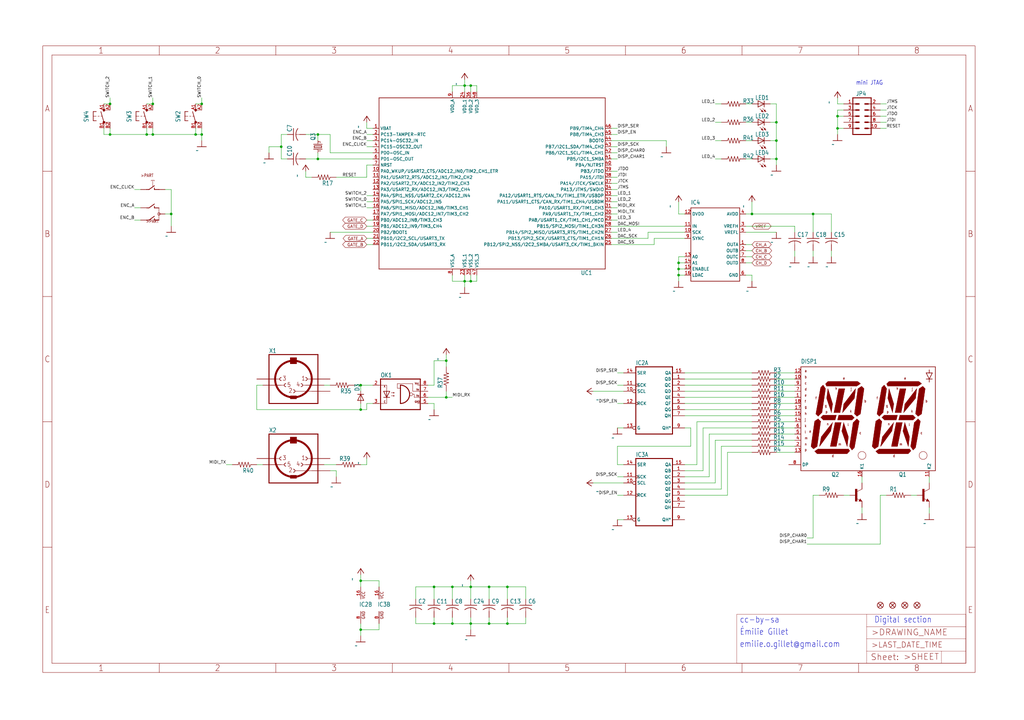
<source format=kicad_sch>
(kicad_sch (version 20211123) (generator eeschema)
  (paper "User" 425.45 299.161)
  (junction (at 195.58 243.84))
  (junction (at 60.96 55.88))
  (junction (at 185.42 149.86))
  (junction (at 149.86 261.62))
  (junction (at 281.94 109.22))
  (junction (at 210.82 259.08))
  (junction (at 347.98 53.34))
  (junction (at 203.2 243.84))
  (junction (at 180.34 259.08))
  (junction (at 149.86 241.3))
  (junction (at 187.96 259.08))
  (junction (at 83.82 43.18))
  (junction (at 337.82 88.9))
  (junction (at 347.98 48.26))
  (junction (at 195.58 259.08))
  (junction (at 116.84 60.96))
  (junction (at 281.94 111.76))
  (junction (at 193.04 35.56))
  (junction (at 83.82 55.88))
  (junction (at 132.08 55.88))
  (junction (at 195.58 116.84))
  (junction (at 63.5 55.88))
  (junction (at 185.42 165.1))
  (junction (at 45.72 55.88))
  (junction (at 149.86 160.02))
  (junction (at 187.96 243.84))
  (junction (at 210.82 243.84))
  (junction (at 322.58 58.42))
  (junction (at 45.72 43.18))
  (junction (at 322.58 50.8))
  (junction (at 81.28 55.88))
  (junction (at 312.42 88.9))
  (junction (at 132.08 66.04))
  (junction (at 180.34 243.84))
  (junction (at 322.58 66.04))
  (junction (at 203.2 259.08))
  (junction (at 149.86 170.18))
  (junction (at 195.58 35.56))
  (junction (at 193.04 116.84))
  (junction (at 281.94 114.3))
  (junction (at 63.5 43.18))
  (junction (at 71.12 88.9))
  (wire (pts (xy 297.18 58.42) (xy 299.72 58.42)))
  (wire (pts (xy 284.48 195.58) (xy 292.1 195.58)))
  (wire (pts (xy 254 73.66) (xy 256.54 73.66)))
  (wire (pts (xy 365.76 45.72) (xy 368.3 45.72)))
  (wire (pts (xy 281.94 88.9) (xy 284.48 88.9)))
  (wire (pts (xy 111.76 60.96) (xy 111.76 63.5)))
  (wire (pts (xy 154.94 58.42) (xy 152.4 58.42)))
  (wire (pts (xy 195.58 38.1) (xy 195.58 35.56)))
  (wire (pts (xy 195.58 243.84) (xy 195.58 241.3)))
  (wire (pts (xy 254 60.96) (xy 256.54 60.96)))
  (wire (pts (xy 210.82 259.08) (xy 218.44 259.08)))
  (wire (pts (xy 320.04 50.8) (xy 322.58 50.8)))
  (wire (pts (xy 45.72 43.18) (xy 45.72 40.64)))
  (wire (pts (xy 347.98 48.26) (xy 347.98 53.34)))
  (wire (pts (xy 271.78 99.06) (xy 284.48 99.06)))
  (wire (pts (xy 259.08 200.66) (xy 246.38 200.66)))
  (wire (pts (xy 284.48 200.66) (xy 297.18 200.66)))
  (wire (pts (xy 259.08 215.9) (xy 256.54 215.9)))
  (wire (pts (xy 45.72 53.34) (xy 45.72 55.88)))
  (wire (pts (xy 320.04 58.42) (xy 322.58 58.42)))
  (wire (pts (xy 322.58 157.48) (xy 330.2 157.48)))
  (wire (pts (xy 337.82 205.74) (xy 340.36 205.74)))
  (wire (pts (xy 256.54 185.42) (xy 287.02 185.42)))
  (wire (pts (xy 154.94 101.6) (xy 152.4 101.6)))
  (wire (pts (xy 309.88 50.8) (xy 312.42 50.8)))
  (wire (pts (xy 312.42 114.3) (xy 312.42 116.84)))
  (wire (pts (xy 134.62 193.04) (xy 139.7 193.04)))
  (wire (pts (xy 172.72 248.92) (xy 172.72 243.84)))
  (wire (pts (xy 195.58 248.92) (xy 195.58 243.84)))
  (wire (pts (xy 60.96 43.18) (xy 63.5 43.18)))
  (wire (pts (xy 297.18 182.88) (xy 312.42 182.88)))
  (wire (pts (xy 322.58 160.02) (xy 330.2 160.02)))
  (wire (pts (xy 180.34 149.86) (xy 185.42 149.86)))
  (wire (pts (xy 330.2 93.98) (xy 330.2 96.52)))
  (wire (pts (xy 322.58 182.88) (xy 330.2 182.88)))
  (wire (pts (xy 154.94 81.28) (xy 152.4 81.28)))
  (wire (pts (xy 132.08 66.04) (xy 154.94 66.04)))
  (wire (pts (xy 358.14 213.36) (xy 358.14 210.82)))
  (wire (pts (xy 322.58 185.42) (xy 330.2 185.42)))
  (wire (pts (xy 172.72 259.08) (xy 180.34 259.08)))
  (wire (pts (xy 132.08 66.04) (xy 132.08 63.5)))
  (wire (pts (xy 152.4 68.58) (xy 154.94 68.58)))
  (wire (pts (xy 127 55.88) (xy 132.08 55.88)))
  (wire (pts (xy 322.58 180.34) (xy 330.2 180.34)))
  (wire (pts (xy 284.48 203.2) (xy 299.72 203.2)))
  (wire (pts (xy 350.52 48.26) (xy 347.98 48.26)))
  (wire (pts (xy 152.4 73.66) (xy 152.4 68.58)))
  (wire (pts (xy 281.94 109.22) (xy 281.94 111.76)))
  (wire (pts (xy 180.34 248.92) (xy 180.34 243.84)))
  (wire (pts (xy 116.84 60.96) (xy 116.84 66.04)))
  (wire (pts (xy 71.12 88.9) (xy 71.12 93.98)))
  (wire (pts (xy 312.42 88.9) (xy 312.42 83.82)))
  (wire (pts (xy 185.42 165.1) (xy 185.42 162.56)))
  (wire (pts (xy 322.58 43.18) (xy 320.04 43.18)))
  (wire (pts (xy 218.44 259.08) (xy 218.44 256.54)))
  (wire (pts (xy 106.68 170.18) (xy 149.86 170.18)))
  (wire (pts (xy 129.54 73.66) (xy 127 73.66)))
  (wire (pts (xy 193.04 35.56) (xy 195.58 35.56)))
  (wire (pts (xy 152.4 167.64) (xy 154.94 167.64)))
  (wire (pts (xy 365.76 205.74) (xy 368.3 205.74)))
  (wire (pts (xy 58.42 86.36) (xy 55.88 86.36)))
  (wire (pts (xy 180.34 256.54) (xy 180.34 259.08)))
  (wire (pts (xy 195.58 259.08) (xy 203.2 259.08)))
  (wire (pts (xy 309.88 88.9) (xy 312.42 88.9)))
  (wire (pts (xy 185.42 165.1) (xy 187.96 165.1)))
  (wire (pts (xy 81.28 55.88) (xy 83.82 55.88)))
  (wire (pts (xy 149.86 259.08) (xy 149.86 261.62)))
  (wire (pts (xy 330.2 104.14) (xy 330.2 106.68)))
  (wire (pts (xy 350.52 45.72) (xy 347.98 45.72)))
  (wire (pts (xy 309.88 96.52) (xy 322.58 96.52)))
  (wire (pts (xy 193.04 116.84) (xy 193.04 119.38)))
  (wire (pts (xy 193.04 38.1) (xy 193.04 35.56)))
  (wire (pts (xy 347.98 43.18) (xy 347.98 40.64)))
  (wire (pts (xy 154.94 96.52) (xy 137.16 96.52)))
  (wire (pts (xy 284.48 165.1) (xy 312.42 165.1)))
  (wire (pts (xy 187.96 256.54) (xy 187.96 259.08)))
  (wire (pts (xy 149.86 160.02) (xy 154.94 160.02)))
  (wire (pts (xy 149.86 243.84) (xy 149.86 241.3)))
  (wire (pts (xy 83.82 55.88) (xy 83.82 53.34)))
  (wire (pts (xy 322.58 167.64) (xy 330.2 167.64)))
  (wire (pts (xy 63.5 43.18) (xy 63.5 40.64)))
  (wire (pts (xy 254 53.34) (xy 256.54 53.34)))
  (wire (pts (xy 299.72 203.2) (xy 299.72 185.42)))
  (wire (pts (xy 299.72 185.42) (xy 312.42 185.42)))
  (wire (pts (xy 281.94 111.76) (xy 284.48 111.76)))
  (wire (pts (xy 309.88 93.98) (xy 330.2 93.98)))
  (wire (pts (xy 284.48 167.64) (xy 312.42 167.64)))
  (wire (pts (xy 187.96 114.3) (xy 187.96 116.84)))
  (wire (pts (xy 195.58 35.56) (xy 198.12 35.56)))
  (wire (pts (xy 180.34 160.02) (xy 180.34 149.86)))
  (wire (pts (xy 335.28 223.52) (xy 337.82 223.52)))
  (wire (pts (xy 322.58 66.04) (xy 322.58 68.58)))
  (wire (pts (xy 271.78 101.6) (xy 271.78 99.06)))
  (wire (pts (xy 198.12 114.3) (xy 198.12 116.84)))
  (wire (pts (xy 259.08 177.8) (xy 256.54 177.8)))
  (wire (pts (xy 256.54 154.94) (xy 259.08 154.94)))
  (wire (pts (xy 177.8 160.02) (xy 180.34 160.02)))
  (wire (pts (xy 119.38 55.88) (xy 116.84 55.88)))
  (wire (pts (xy 345.44 88.9) (xy 345.44 96.52)))
  (wire (pts (xy 193.04 114.3) (xy 193.04 116.84)))
  (wire (pts (xy 322.58 50.8) (xy 322.58 43.18)))
  (wire (pts (xy 177.8 165.1) (xy 185.42 165.1)))
  (wire (pts (xy 322.58 165.1) (xy 330.2 165.1)))
  (wire (pts (xy 149.86 193.04) (xy 152.4 193.04)))
  (wire (pts (xy 60.96 55.88) (xy 63.5 55.88)))
  (wire (pts (xy 43.18 53.34) (xy 43.18 55.88)))
  (wire (pts (xy 68.58 88.9) (xy 71.12 88.9)))
  (wire (pts (xy 58.42 91.44) (xy 55.88 91.44)))
  (wire (pts (xy 187.96 243.84) (xy 195.58 243.84)))
  (wire (pts (xy 309.88 104.14) (xy 312.42 104.14)))
  (wire (pts (xy 180.34 243.84) (xy 187.96 243.84)))
  (wire (pts (xy 254 66.04) (xy 256.54 66.04)))
  (wire (pts (xy 193.04 33.02) (xy 193.04 35.56)))
  (wire (pts (xy 281.94 106.68) (xy 281.94 109.22)))
  (wire (pts (xy 198.12 35.56) (xy 198.12 38.1)))
  (wire (pts (xy 58.42 78.74) (xy 55.88 78.74)))
  (wire (pts (xy 116.84 60.96) (xy 111.76 60.96)))
  (wire (pts (xy 254 55.88) (xy 256.54 55.88)))
  (wire (pts (xy 350.52 43.18) (xy 347.98 43.18)))
  (wire (pts (xy 60.96 53.34) (xy 60.96 55.88)))
  (wire (pts (xy 152.4 99.06) (xy 154.94 99.06)))
  (wire (pts (xy 154.94 53.34) (xy 152.4 53.34)))
  (wire (pts (xy 289.56 175.26) (xy 312.42 175.26)))
  (wire (pts (xy 172.72 243.84) (xy 180.34 243.84)))
  (wire (pts (xy 45.72 55.88) (xy 60.96 55.88)))
  (wire (pts (xy 309.88 114.3) (xy 312.42 114.3)))
  (wire (pts (xy 302.26 205.74) (xy 302.26 187.96)))
  (wire (pts (xy 350.52 53.34) (xy 347.98 53.34)))
  (wire (pts (xy 337.82 96.52) (xy 337.82 88.9)))
  (wire (pts (xy 109.22 193.04) (xy 106.68 193.04)))
  (wire (pts (xy 152.4 170.18) (xy 152.4 167.64)))
  (wire (pts (xy 337.82 223.52) (xy 337.82 205.74)))
  (wire (pts (xy 106.68 160.02) (xy 109.22 160.02)))
  (wire (pts (xy 203.2 259.08) (xy 203.2 256.54)))
  (wire (pts (xy 154.94 63.5) (xy 137.16 63.5)))
  (wire (pts (xy 154.94 83.82) (xy 152.4 83.82)))
  (wire (pts (xy 256.54 198.12) (xy 259.08 198.12)))
  (wire (pts (xy 281.94 114.3) (xy 281.94 116.84)))
  (wire (pts (xy 147.32 160.02) (xy 149.86 160.02)))
  (wire (pts (xy 256.54 167.64) (xy 259.08 167.64)))
  (wire (pts (xy 284.48 160.02) (xy 312.42 160.02)))
  (wire (pts (xy 152.4 190.5) (xy 152.4 193.04)))
  (wire (pts (xy 297.18 200.66) (xy 297.18 182.88)))
  (wire (pts (xy 185.42 149.86) (xy 185.42 147.32)))
  (wire (pts (xy 254 86.36) (xy 256.54 86.36)))
  (wire (pts (xy 210.82 243.84) (xy 218.44 243.84)))
  (wire (pts (xy 218.44 243.84) (xy 218.44 248.92)))
  (wire (pts (xy 177.8 167.64) (xy 180.34 167.64)))
  (wire (pts (xy 322.58 66.04) (xy 322.58 58.42)))
  (wire (pts (xy 185.42 149.86) (xy 185.42 152.4)))
  (wire (pts (xy 259.08 162.56) (xy 246.38 162.56)))
  (wire (pts (xy 322.58 154.94) (xy 330.2 154.94)))
  (wire (pts (xy 203.2 259.08) (xy 210.82 259.08)))
  (wire (pts (xy 116.84 55.88) (xy 116.84 60.96)))
  (wire (pts (xy 195.58 116.84) (xy 198.12 116.84)))
  (wire (pts (xy 96.52 193.04) (xy 93.98 193.04)))
  (wire (pts (xy 203.2 243.84) (xy 210.82 243.84)))
  (wire (pts (xy 68.58 78.74) (xy 71.12 78.74)))
  (wire (pts (xy 71.12 78.74) (xy 71.12 88.9)))
  (wire (pts (xy 281.94 111.76) (xy 281.94 114.3)))
  (wire (pts (xy 254 63.5) (xy 256.54 63.5)))
  (wire (pts (xy 193.04 116.84) (xy 195.58 116.84)))
  (wire (pts (xy 322.58 162.56) (xy 330.2 162.56)))
  (wire (pts (xy 347.98 53.34) (xy 347.98 55.88)))
  (wire (pts (xy 187.96 259.08) (xy 195.58 259.08)))
  (wire (pts (xy 137.16 195.58) (xy 139.7 195.58)))
  (wire (pts (xy 132.08 55.88) (xy 132.08 58.42)))
  (wire (pts (xy 154.94 55.88) (xy 152.4 55.88)))
  (wire (pts (xy 137.16 55.88) (xy 132.08 55.88)))
  (wire (pts (xy 149.86 261.62) (xy 157.48 261.62)))
  (wire (pts (xy 312.42 88.9) (xy 337.82 88.9)))
  (wire (pts (xy 284.48 172.72) (xy 312.42 172.72)))
  (wire (pts (xy 281.94 83.82) (xy 281.94 88.9)))
  (wire (pts (xy 309.88 66.04) (xy 312.42 66.04)))
  (wire (pts (xy 365.76 226.06) (xy 365.76 205.74)))
  (wire (pts (xy 157.48 261.62) (xy 157.48 259.08)))
  (wire (pts (xy 43.18 43.18) (xy 45.72 43.18)))
  (wire (pts (xy 287.02 177.8) (xy 284.48 177.8)))
  (wire (pts (xy 149.86 261.62) (xy 149.86 264.16)))
  (wire (pts (xy 106.68 170.18) (xy 106.68 160.02)))
  (wire (pts (xy 254 81.28) (xy 256.54 81.28)))
  (wire (pts (xy 149.86 241.3) (xy 149.86 238.76)))
  (wire (pts (xy 152.4 53.34) (xy 152.4 50.8)))
  (wire (pts (xy 309.88 58.42) (xy 312.42 58.42)))
  (wire (pts (xy 256.54 205.74) (xy 259.08 205.74)))
  (wire (pts (xy 210.82 259.08) (xy 210.82 256.54)))
  (wire (pts (xy 254 76.2) (xy 256.54 76.2)))
  (wire (pts (xy 154.94 60.96) (xy 152.4 60.96)))
  (wire (pts (xy 322.58 170.18) (xy 330.2 170.18)))
  (wire (pts (xy 345.44 104.14) (xy 345.44 106.68)))
  (wire (pts (xy 297.18 50.8) (xy 299.72 50.8)))
  (wire (pts (xy 134.62 160.02) (xy 137.16 160.02)))
  (wire (pts (xy 254 71.12) (xy 256.54 71.12)))
  (wire (pts (xy 259.08 193.04) (xy 256.54 193.04)))
  (wire (pts (xy 322.58 58.42) (xy 322.58 50.8)))
  (wire (pts (xy 187.96 116.84) (xy 193.04 116.84)))
  (wire (pts (xy 195.58 259.08) (xy 195.58 261.62)))
  (wire (pts (xy 149.86 170.18) (xy 152.4 170.18)))
  (wire (pts (xy 180.34 167.64) (xy 180.34 170.18)))
  (wire (pts (xy 350.52 205.74) (xy 353.06 205.74)))
  (wire (pts (xy 81.28 43.18) (xy 83.82 43.18)))
  (wire (pts (xy 187.96 38.1) (xy 187.96 35.56)))
  (wire (pts (xy 284.48 109.22) (xy 281.94 109.22)))
  (wire (pts (xy 149.86 162.56) (xy 149.86 160.02)))
  (wire (pts (xy 309.88 109.22) (xy 312.42 109.22)))
  (wire (pts (xy 254 91.44) (xy 256.54 91.44)))
  (wire (pts (xy 320.04 66.04) (xy 322.58 66.04)))
  (wire (pts (xy 127 66.04) (xy 132.08 66.04)))
  (wire (pts (xy 63.5 55.88) (xy 81.28 55.88)))
  (wire (pts (xy 254 78.74) (xy 256.54 78.74)))
  (wire (pts (xy 139.7 73.66) (xy 152.4 73.66)))
  (wire (pts (xy 157.48 241.3) (xy 157.48 243.84)))
  (wire (pts (xy 187.96 35.56) (xy 193.04 35.56)))
  (wire (pts (xy 365.76 53.34) (xy 368.3 53.34)))
  (wire (pts (xy 83.82 55.88) (xy 83.82 58.42)))
  (wire (pts (xy 254 93.98) (xy 284.48 93.98)))
  (wire (pts (xy 137.16 63.5) (xy 137.16 55.88)))
  (wire (pts (xy 152.4 91.44) (xy 154.94 91.44)))
  (wire (pts (xy 292.1 177.8) (xy 312.42 177.8)))
  (wire (pts (xy 254 96.52) (xy 256.54 96.52)))
  (wire (pts (xy 284.48 162.56) (xy 312.42 162.56)))
  (wire (pts (xy 43.18 55.88) (xy 45.72 55.88)))
  (wire (pts (xy 210.82 248.92) (xy 210.82 243.84)))
  (wire (pts (xy 309.88 106.68) (xy 312.42 106.68)))
  (wire (pts (xy 276.86 58.42) (xy 276.86 60.96)))
  (wire (pts (xy 284.48 205.74) (xy 302.26 205.74)))
  (wire (pts (xy 256.54 160.02) (xy 259.08 160.02)))
  (wire (pts (xy 322.58 187.96) (xy 330.2 187.96)))
  (wire (pts (xy 254 58.42) (xy 276.86 58.42)))
  (wire (pts (xy 254 101.6) (xy 271.78 101.6)))
  (wire (pts (xy 149.86 241.3) (xy 157.48 241.3)))
  (wire (pts (xy 284.48 198.12) (xy 294.64 198.12)))
  (wire (pts (xy 269.24 96.52) (xy 284.48 96.52)))
  (wire (pts (xy 284.48 154.94) (xy 312.42 154.94)))
  (wire (pts (xy 309.88 101.6) (xy 312.42 101.6)))
  (wire (pts (xy 378.46 205.74) (xy 381 205.74)))
  (wire (pts (xy 152.4 93.98) (xy 154.94 93.98)))
  (wire (pts (xy 289.56 193.04) (xy 289.56 175.26)))
  (wire (pts (xy 256.54 193.04) (xy 256.54 185.42)))
  (wire (pts (xy 309.88 43.18) (xy 312.42 43.18)))
  (wire (pts (xy 203.2 243.84) (xy 203.2 248.92)))
  (wire (pts (xy 281.94 114.3) (xy 284.48 114.3)))
  (wire (pts (xy 254 88.9) (xy 256.54 88.9)))
  (wire (pts (xy 269.24 99.06) (xy 269.24 96.52)))
  (wire (pts (xy 297.18 66.04) (xy 299.72 66.04)))
  (wire (pts (xy 81.28 53.34) (xy 81.28 55.88)))
  (wire (pts (xy 335.28 226.06) (xy 365.76 226.06)))
  (wire (pts (xy 294.64 180.34) (xy 312.42 180.34)))
  (wire (pts (xy 172.72 256.54) (xy 172.72 259.08)))
  (wire (pts (xy 149.86 167.64) (xy 149.86 170.18)))
  (wire (pts (xy 365.76 48.26) (xy 368.3 48.26)))
  (wire (pts (xy 322.58 177.8) (xy 330.2 177.8)))
  (wire (pts (xy 322.58 172.72) (xy 330.2 172.72)))
  (wire (pts (xy 358.14 200.66) (xy 358.14 198.12)))
  (wire (pts (xy 195.58 114.3) (xy 195.58 116.84)))
  (wire (pts (xy 284.48 170.18) (xy 312.42 170.18)))
  (wire (pts (xy 347.98 45.72) (xy 347.98 48.26)))
  (wire (pts (xy 337.82 104.14) (xy 337.82 106.68)))
  (wire (pts (xy 284.48 106.68) (xy 281.94 106.68)))
  (wire (pts (xy 386.08 213.36) (xy 386.08 210.82)))
  (wire (pts (xy 294.64 198.12) (xy 294.64 180.34)))
  (wire (pts (xy 365.76 50.8) (xy 368.3 50.8)))
  (wire (pts (xy 139.7 195.58) (xy 139.7 198.12)))
  (wire (pts (xy 386.08 200.66) (xy 386.08 198.12)))
  (wire (pts (xy 254 83.82) (xy 256.54 83.82)))
  (wire (pts (xy 187.96 248.92) (xy 187.96 243.84)))
  (wire (pts (xy 180.34 259.08) (xy 187.96 259.08)))
  (wire (pts (xy 284.48 193.04) (xy 289.56 193.04)))
  (wire (pts (xy 337.82 88.9) (xy 345.44 88.9)))
  (wire (pts (xy 297.18 43.18) (xy 299.72 43.18)))
  (wire (pts (xy 154.94 86.36) (xy 152.4 86.36)))
  (wire (pts (xy 284.48 157.48) (xy 312.42 157.48)))
  (wire (pts (xy 195.58 243.84) (xy 203.2 243.84)))
  (wire (pts (xy 63.5 53.34) (xy 63.5 55.88)))
  (wire (pts (xy 127 73.66) (xy 127 71.12)))
  (wire (pts (xy 365.76 43.18) (xy 368.3 43.18)))
  (wire (pts (xy 254 99.06) (xy 269.24 99.06)))
  (wire (pts (xy 322.58 175.26) (xy 330.2 175.26)))
  (wire (pts (xy 83.82 43.18) (xy 83.82 40.64)))
  (wire (pts (xy 302.26 187.96) (xy 312.42 187.96)))
  (wire (pts (xy 287.02 185.42) (xy 287.02 177.8)))
  (wire (pts (xy 292.1 195.58) (xy 292.1 177.8)))
  (wire (pts (xy 195.58 256.54) (xy 195.58 259.08)))
  (wire (pts (xy 116.84 66.04) (xy 119.38 66.04)))
  (text "Émilie Gillet" (at 307.34 264.16 180) (effects (font (size 2.54 2.159)) (justify left bottom)))
  (text "Digital section" (at 363.22 259.08 180) (effects (font (size 2.54 2.159)) (justify left bottom)))
  (text "emilie.o.gillet@gmail.com" (at 307.34 269.24 180) (effects (font (size 2.54 2.159)) (justify left bottom)))
  (text "cc-by-sa" (at 307.34 259.08 180) (effects (font (size 2.54 2.159)) (justify left bottom)))
  (text "mini JTAG" (at 355.6 35.56 180) (effects (font (size 1.778 1.5113)) (justify left bottom)))
  (label "DISP_SCK" (at 256.54 198.12 180) (effects (font (size 1.2446 1.2446))))
  (label "DAC_SCK" (at 256.54 99.06 0) (effects (font (size 1.2446 1.2446))))
  (label "LED_4" (at 256.54 96.52 0) (effects (font (size 1.2446 1.2446))))
  (label "LED_4" (at 297.18 66.04 180) (effects (font (size 1.2446 1.2446))))
  (label "DISP_SCK" (at 256.54 60.96 0) (effects (font (size 1.2446 1.2446))))
  (label "DISP_CHAR1" (at 335.28 226.06 180) (effects (font (size 1.2446 1.2446))))
  (label "DISP_EN" (at 256.54 167.64 180) (effects (font (size 1.2446 1.2446))))
  (label "JTCK" (at 256.54 76.2 0) (effects (font (size 1.2446 1.2446))))
  (label "SWITCH_2" (at 152.4 81.28 180) (effects (font (size 1.2446 1.2446))))
  (label "DISP_EN" (at 256.54 205.74 180) (effects (font (size 1.2446 1.2446))))
  (label "LED_3" (at 297.18 58.42 180) (effects (font (size 1.2446 1.2446))))
  (label "JTDI" (at 256.54 73.66 0) (effects (font (size 1.2446 1.2446))))
  (label "MIDI_RX" (at 256.54 86.36 0) (effects (font (size 1.2446 1.2446))))
  (label "LED_2" (at 297.18 50.8 180) (effects (font (size 1.2446 1.2446))))
  (label "RESET" (at 368.3 53.34 0) (effects (font (size 1.2446 1.2446))))
  (label "SWITCH_1" (at 63.5 40.64 90) (effects (font (size 1.2446 1.2446))))
  (label "RESET" (at 142.24 73.66 0) (effects (font (size 1.2446 1.2446))))
  (label "JTCK" (at 368.3 45.72 0) (effects (font (size 1.2446 1.2446))))
  (label "DISP_CHAR1" (at 256.54 66.04 0) (effects (font (size 1.2446 1.2446))))
  (label "DISP_SER" (at 256.54 53.34 0) (effects (font (size 1.2446 1.2446))))
  (label "DAC_MOSI" (at 256.54 93.98 0) (effects (font (size 1.2446 1.2446))))
  (label "ENC_A" (at 152.4 55.88 180) (effects (font (size 1.2446 1.2446))))
  (label "ENC_A" (at 55.88 86.36 180) (effects (font (size 1.2446 1.2446))))
  (label "JTDO" (at 256.54 71.12 0) (effects (font (size 1.2446 1.2446))))
  (label "JTMS" (at 256.54 78.74 0) (effects (font (size 1.2446 1.2446))))
  (label "JTDI" (at 368.3 50.8 0) (effects (font (size 1.2446 1.2446))))
  (label "SWITCH_0" (at 83.82 40.64 90) (effects (font (size 1.2446 1.2446))))
  (label "ENC_CLICK" (at 55.88 78.74 180) (effects (font (size 1.2446 1.2446))))
  (label "DISP_EN" (at 256.54 55.88 0) (effects (font (size 1.2446 1.2446))))
  (label "JTDO" (at 368.3 48.26 0) (effects (font (size 1.2446 1.2446))))
  (label "ENC_B" (at 55.88 91.44 180) (effects (font (size 1.2446 1.2446))))
  (label "SWITCH_2" (at 45.72 40.64 90) (effects (font (size 1.2446 1.2446))))
  (label "LED_1" (at 297.18 43.18 180) (effects (font (size 1.2446 1.2446))))
  (label "LED_3" (at 256.54 91.44 0) (effects (font (size 1.2446 1.2446))))
  (label "JTMS" (at 368.3 43.18 0) (effects (font (size 1.2446 1.2446))))
  (label "MIDI_TX" (at 93.98 193.04 180) (effects (font (size 1.2446 1.2446))))
  (label "DISP_SER" (at 256.54 154.94 180) (effects (font (size 1.2446 1.2446))))
  (label "SWITCH_1" (at 152.4 86.36 180) (effects (font (size 1.2446 1.2446))))
  (label "ENC_B" (at 152.4 58.42 180) (effects (font (size 1.2446 1.2446))))
  (label "LED_1" (at 256.54 81.28 0) (effects (font (size 1.2446 1.2446))))
  (label "DISP_SCK" (at 256.54 160.02 180) (effects (font (size 1.2446 1.2446))))
  (label "LED_2" (at 256.54 83.82 0) (effects (font (size 1.2446 1.2446))))
  (label "DISP_CHAR0" (at 335.28 223.52 180) (effects (font (size 1.2446 1.2446))))
  (label "ENC_CLICK" (at 152.4 60.96 180) (effects (font (size 1.2446 1.2446))))
  (label "MIDI_RX" (at 187.96 165.1 0) (effects (font (size 1.2446 1.2446))))
  (label "MIDI_TX" (at 256.54 88.9 0) (effects (font (size 1.2446 1.2446))))
  (label "SWITCH_0" (at 152.4 83.82 180) (effects (font (size 1.2446 1.2446))))
  (label "DISP_CHAR0" (at 256.54 63.5 0) (effects (font (size 1.2446 1.2446))))
  (label "DAC_SS" (at 256.54 101.6 0) (effects (font (size 1.2446 1.2446))))
  (global_label "GATE_C" (shape bidirectional) (at 152.4 91.44 180) (effects (font (size 1.2446 1.2446))) (property "Intersheet References" "${INTERSHEET_REFS}" (effects hide)))
  (global_label "GATE_A" (shape bidirectional) (at 152.4 99.06 180) (effects (font (size 1.2446 1.2446))) (property "Intersheet References" "${INTERSHEET_REFS}" (effects hide)))
  (global_label "GATE_D" (shape bidirectional) (at 152.4 93.98 180) (effects (font (size 1.2446 1.2446))) (property "Intersheet References" "${INTERSHEET_REFS}" (effects hide)))
  (global_label "GATE_B" (shape bidirectional) (at 152.4 101.6 180) (effects (font (size 1.2446 1.2446))) (property "Intersheet References" "${INTERSHEET_REFS}" (effects hide)))
  (global_label "VREF" (shape bidirectional) (at 312.42 93.98 0) (effects (font (size 1.2446 1.2446))) (property "Intersheet References" "${INTERSHEET_REFS}" (effects hide)))
  (global_label "CH_C" (shape bidirectional) (at 312.42 106.68 0) (effects (font (size 1.2446 1.2446))) (property "Intersheet References" "${INTERSHEET_REFS}" (effects hide)))
  (global_label "CH_A" (shape bidirectional) (at 312.42 101.6 0) (effects (font (size 1.2446 1.2446))) (property "Intersheet References" "${INTERSHEET_REFS}" (effects hide)))
  (global_label "CH_B" (shape bidirectional) (at 312.42 104.14 0) (effects (font (size 1.2446 1.2446))) (property "Intersheet References" "${INTERSHEET_REFS}" (effects hide)))
  (global_label "CH_D" (shape bidirectional) (at 312.42 109.22 0) (effects (font (size 1.2446 1.2446))) (property "Intersheet References" "${INTERSHEET_REFS}" (effects hide)))
  (symbol (lib_id "yarns_v03-eagle-import:GND") (at 256.54 218.44 0) (unit 1)
    (property "Reference" "#GND10" (effects hide))
  )
  (symbol (lib_id "yarns_v03-eagle-import:FIDUCIAL1X2") (at 365.76 251.46 0) (unit 1)
    (property "Reference" "F3" (effects hide))
  )
  (symbol (lib_id "yarns_v03-eagle-import:R-US_R0603") (at 185.42 157.48 90) (unit 1)
    (property "Reference" "R37" (at 183.9214 161.29 0) (effects (font (size 1.778 1.5113)) (justify left bottom)))
  )
  (symbol (lib_id "yarns_v03-eagle-import:C-USC0603") (at 330.2 99.06 0) (unit 1)
    (property "Reference" "C17" (at 331.216 98.425 0) (effects (font (size 1.778 1.5113)) (justify left bottom)))
  )
  (symbol (lib_id "yarns_v03-eagle-import:D6R") (at 81.28 48.26 0) (unit 1)
    (property "Reference" "SW2" (at 74.93 50.8 90) (effects (font (size 1.778 1.5113)) (justify left bottom)))
  )
  (symbol (lib_id "yarns_v03-eagle-import:74595D") (at 271.78 203.2 0) (unit 1)
    (property "Reference" "IC3" (at 264.16 189.865 0) (effects (font (size 1.778 1.5113)) (justify left bottom)))
  )
  (symbol (lib_id "yarns_v03-eagle-import:-NPN-SOT23-BEC") (at 355.6 205.74 0) (unit 1)
    (property "Reference" "Q2" (at 345.44 198.12 0) (effects (font (size 1.778 1.5113)) (justify left bottom)))
  )
  (symbol (lib_id "yarns_v03-eagle-import:+3V3") (at 127 68.58 0) (unit 1)
    (property "Reference" "#+3V4" (effects hide))
  )
  (symbol (lib_id "yarns_v03-eagle-import:R-US_R0603") (at 304.8 58.42 0) (unit 1)
    (property "Reference" "R41" (at 308.61 58.1914 0) (effects (font (size 1.778 1.5113)) (justify left bottom)))
  )
  (symbol (lib_id "yarns_v03-eagle-import:R-US_R0603") (at 373.38 205.74 0) (unit 1)
    (property "Reference" "R1" (at 369.57 204.2414 0) (effects (font (size 1.778 1.5113)) (justify left bottom)))
  )
  (symbol (lib_id "yarns_v03-eagle-import:M05X2MINIJTAG") (at 358.14 48.26 0) (unit 1)
    (property "Reference" "JP4" (at 355.6 39.878 0) (effects (font (size 1.778 1.5113)) (justify left bottom)))
  )
  (symbol (lib_id "yarns_v03-eagle-import:GND") (at 337.82 109.22 0) (unit 1)
    (property "Reference" "#GND38" (effects hide))
  )
  (symbol (lib_id "yarns_v03-eagle-import:FIDUCIAL1X2") (at 370.84 251.46 0) (unit 1)
    (property "Reference" "F1" (effects hide))
  )
  (symbol (lib_id "yarns_v03-eagle-import:GND") (at 139.7 200.66 0) (unit 1)
    (property "Reference" "#GND41" (effects hide))
  )
  (symbol (lib_id "yarns_v03-eagle-import:D6R") (at 60.96 48.26 0) (unit 1)
    (property "Reference" "SW3" (at 54.61 50.8 90) (effects (font (size 1.778 1.5113)) (justify left bottom)))
  )
  (symbol (lib_id "yarns_v03-eagle-import:C-USC0603") (at 203.2 251.46 0) (unit 1)
    (property "Reference" "C9" (at 204.216 250.825 0) (effects (font (size 1.778 1.5113)) (justify left bottom)))
  )
  (symbol (lib_id "yarns_v03-eagle-import:R-US_R0603") (at 317.5 185.42 0) (unit 1)
    (property "Reference" "R15" (at 321.31 185.1914 0) (effects (font (size 1.778 1.5113)) (justify left bottom)))
  )
  (symbol (lib_id "yarns_v03-eagle-import:FIDUCIAL1X2") (at 381 251.46 0) (unit 1)
    (property "Reference" "F5" (effects hide))
  )
  (symbol (lib_id "yarns_v03-eagle-import:C-USC0603") (at 121.92 55.88 90) (unit 1)
    (property "Reference" "C7" (at 121.285 54.864 0) (effects (font (size 1.778 1.5113)) (justify left bottom)))
  )
  (symbol (lib_id "yarns_v03-eagle-import:R-US_R0603") (at 317.5 177.8 0) (unit 1)
    (property "Reference" "R12" (at 321.31 177.5714 0) (effects (font (size 1.778 1.5113)) (justify left bottom)))
  )
  (symbol (lib_id "yarns_v03-eagle-import:R-US_R0603") (at 134.62 73.66 180) (unit 1)
    (property "Reference" "R17" (at 138.43 75.1586 0) (effects (font (size 1.778 1.5113)) (justify left bottom)))
  )
  (symbol (lib_id "yarns_v03-eagle-import:R-US_R0603") (at 345.44 205.74 0) (unit 1)
    (property "Reference" "R9" (at 341.63 204.2414 0) (effects (font (size 1.778 1.5113)) (justify left bottom)))
  )
  (symbol (lib_id "yarns_v03-eagle-import:LED3MM") (at 314.96 66.04 90) (unit 1)
    (property "Reference" "LED4" (at 319.532 62.484 90) (effects (font (size 1.778 1.5113)) (justify left bottom)))
  )
  (symbol (lib_id "yarns_v03-eagle-import:GND") (at 193.04 121.92 0) (unit 1)
    (property "Reference" "#GND55" (effects hide))
  )
  (symbol (lib_id "yarns_v03-eagle-import:GND") (at 111.76 66.04 0) (unit 1)
    (property "Reference" "#GND56" (effects hide))
  )
  (symbol (lib_id "yarns_v03-eagle-import:GND") (at 180.34 172.72 0) (unit 1)
    (property "Reference" "#GND2" (effects hide))
  )
  (symbol (lib_id "yarns_v03-eagle-import:LED3MM") (at 314.96 43.18 90) (unit 1)
    (property "Reference" "LED1" (at 319.532 39.624 90) (effects (font (size 1.778 1.5113)) (justify left bottom)))
  )
  (symbol (lib_id "yarns_v03-eagle-import:GND") (at 358.14 215.9 0) (unit 1)
    (property "Reference" "#GND3" (effects hide))
  )
  (symbol (lib_id "yarns_v03-eagle-import:GND") (at 347.98 58.42 0) (unit 1)
    (property "Reference" "#GND67" (effects hide))
  )
  (symbol (lib_id "yarns_v03-eagle-import:GND") (at 256.54 180.34 0) (unit 1)
    (property "Reference" "#GND9" (effects hide))
  )
  (symbol (lib_id "yarns_v03-eagle-import:MAB5SHCUI-SD-50BV") (at 121.92 190.5 0) (unit 1)
    (property "Reference" "X2" (at 111.76 179.705 0) (effects (font (size 1.778 1.5113)) (justify left bottom)))
  )
  (symbol (lib_id "yarns_v03-eagle-import:6N137SMT") (at 167.64 165.1 0) (unit 1)
    (property "Reference" "OK1" (at 158.115 156.845 0) (effects (font (size 1.778 1.5113)) (justify left bottom)))
  )
  (symbol (lib_id "yarns_v03-eagle-import:GND") (at 312.42 119.38 0) (unit 1)
    (property "Reference" "#GND8" (effects hide))
  )
  (symbol (lib_id "yarns_v03-eagle-import:+3V3") (at 195.58 238.76 0) (unit 1)
    (property "Reference" "#+3V8" (effects hide))
  )
  (symbol (lib_id "yarns_v03-eagle-import:C-USC0603") (at 180.34 251.46 0) (unit 1)
    (property "Reference" "C11" (at 181.356 250.825 0) (effects (font (size 1.778 1.5113)) (justify left bottom)))
  )
  (symbol (lib_id "yarns_v03-eagle-import:R-US_R0603") (at 317.5 172.72 0) (unit 1)
    (property "Reference" "R6" (at 321.31 172.4914 0) (effects (font (size 1.778 1.5113)) (justify left bottom)))
  )
  (symbol (lib_id "yarns_v03-eagle-import:R-US_R0603") (at 317.5 175.26 0) (unit 1)
    (property "Reference" "R5" (at 321.31 175.0314 0) (effects (font (size 1.778 1.5113)) (justify left bottom)))
  )
  (symbol (lib_id "yarns_v03-eagle-import:MAB5SHCUI-SD-50BV") (at 121.92 157.48 0) (unit 1)
    (property "Reference" "X1" (at 111.76 146.685 0) (effects (font (size 1.778 1.5113)) (justify left bottom)))
  )
  (symbol (lib_id "yarns_v03-eagle-import:C-USC0603") (at 121.92 66.04 90) (unit 1)
    (property "Reference" "C10" (at 121.285 65.024 0) (effects (font (size 1.778 1.5113)) (justify left bottom)))
  )
  (symbol (lib_id "yarns_v03-eagle-import:+3V3") (at 152.4 187.96 0) (unit 1)
    (property "Reference" "#+3V9" (effects hide))
  )
  (symbol (lib_id "yarns_v03-eagle-import:R-US_R0603") (at 317.5 167.64 0) (unit 1)
    (property "Reference" "R8" (at 321.31 167.4114 0) (effects (font (size 1.778 1.5113)) (justify left bottom)))
  )
  (symbol (lib_id "yarns_v03-eagle-import:C-USC0603") (at 187.96 251.46 0) (unit 1)
    (property "Reference" "C8" (at 188.976 250.825 0) (effects (font (size 1.778 1.5113)) (justify left bottom)))
  )
  (symbol (lib_id "yarns_v03-eagle-import:+5V") (at 312.42 81.28 0) (unit 1)
    (property "Reference" "#P+1" (effects hide))
  )
  (symbol (lib_id "yarns_v03-eagle-import:R-US_R0603") (at 304.8 66.04 0) (unit 1)
    (property "Reference" "R42" (at 308.61 65.8114 0) (effects (font (size 1.778 1.5113)) (justify left bottom)))
  )
  (symbol (lib_id "yarns_v03-eagle-import:GND") (at 149.86 266.7 0) (unit 1)
    (property "Reference" "#GND1" (effects hide))
  )
  (symbol (lib_id "yarns_v03-eagle-import:C-USC0603") (at 210.82 251.46 0) (unit 1)
    (property "Reference" "C13" (at 211.836 250.825 0) (effects (font (size 1.778 1.5113)) (justify left bottom)))
  )
  (symbol (lib_id "yarns_v03-eagle-import:R-US_R0603") (at 317.5 160.02 0) (unit 1)
    (property "Reference" "R10" (at 321.31 159.7914 0) (effects (font (size 1.778 1.5113)) (justify left bottom)))
  )
  (symbol (lib_id "yarns_v03-eagle-import:R-US_R0603") (at 317.5 157.48 0) (unit 1)
    (property "Reference" "R2" (at 321.31 157.2514 0) (effects (font (size 1.778 1.5113)) (justify left bottom)))
  )
  (symbol (lib_id "yarns_v03-eagle-import:+3V3") (at 243.84 162.56 90) (unit 1)
    (property "Reference" "#+3V1" (effects hide))
  )
  (symbol (lib_id "yarns_v03-eagle-import:-NPN-SOT23-BEC") (at 383.54 205.74 0) (unit 1)
    (property "Reference" "Q1" (at 373.38 198.12 0) (effects (font (size 1.778 1.5113)) (justify left bottom)))
  )
  (symbol (lib_id "yarns_v03-eagle-import:R-US_R0603") (at 317.5 154.94 0) (unit 1)
    (property "Reference" "R3" (at 321.31 154.7114 0) (effects (font (size 1.778 1.5113)) (justify left bottom)))
  )
  (symbol (lib_id "yarns_v03-eagle-import:GND") (at 83.82 60.96 0) (unit 1)
    (property "Reference" "#GND6" (effects hide))
  )
  (symbol (lib_id "yarns_v03-eagle-import:+3V3") (at 149.86 236.22 0) (unit 1)
    (property "Reference" "#+3V5" (effects hide))
  )
  (symbol (lib_id "yarns_v03-eagle-import:GND") (at 322.58 99.06 0) (unit 1)
    (property "Reference" "#GND11" (effects hide))
  )
  (symbol (lib_id "yarns_v03-eagle-import:+3V3") (at 243.84 200.66 90) (unit 1)
    (property "Reference" "#+3V7" (effects hide))
  )
  (symbol (lib_id "yarns_v03-eagle-import:R-US_R0603") (at 317.5 180.34 0) (unit 1)
    (property "Reference" "R13" (at 321.31 180.1114 0) (effects (font (size 1.778 1.5113)) (justify left bottom)))
  )
  (symbol (lib_id "yarns_v03-eagle-import:GND") (at 330.2 109.22 0) (unit 1)
    (property "Reference" "#GND30" (effects hide))
  )
  (symbol (lib_id "yarns_v03-eagle-import:R-US_R0603") (at 304.8 50.8 0) (unit 1)
    (property "Reference" "R36" (at 308.61 50.5714 0) (effects (font (size 1.778 1.5113)) (justify left bottom)))
  )
  (symbol (lib_id "yarns_v03-eagle-import:R-US_R0603") (at 317.5 170.18 0) (unit 1)
    (property "Reference" "R7" (at 321.31 169.9514 0) (effects (font (size 1.778 1.5113)) (justify left bottom)))
  )
  (symbol (lib_id "yarns_v03-eagle-import:+3V3") (at 152.4 48.26 0) (unit 1)
    (property "Reference" "#+3V12" (effects hide))
  )
  (symbol (lib_id "yarns_v03-eagle-import:74595D") (at 271.78 165.1 0) (unit 1)
    (property "Reference" "IC2" (at 264.16 151.765 0) (effects (font (size 1.778 1.5113)) (justify left bottom)))
  )
  (symbol (lib_id "yarns_v03-eagle-import:CRYSTALHC49UP") (at 132.08 60.96 90) (unit 1)
    (property "Reference" "Q3" (at 131.064 58.42 0) (effects (font (size 1.778 1.5113)) (justify left bottom)))
  )
  (symbol (lib_id "yarns_v03-eagle-import:STM32F103CB") (at 203.2 76.2 0) (unit 1)
    (property "Reference" "UC1" (at 241.3 114.3 0) (effects (font (size 1.778 1.5113)) (justify left bottom)))
  )
  (symbol (lib_id "yarns_v03-eagle-import:D6R") (at 43.18 48.26 0) (unit 1)
    (property "Reference" "SW4" (at 36.83 50.8 90) (effects (font (size 1.778 1.5113)) (justify left bottom)))
  )
  (symbol (lib_id "yarns_v03-eagle-import:C-USC0603") (at 337.82 99.06 0) (unit 1)
    (property "Reference" "C18" (at 338.836 98.425 0) (effects (font (size 1.778 1.5113)) (justify left bottom)))
  )
  (symbol (lib_id "yarns_v03-eagle-import:GND") (at 386.08 215.9 0) (unit 1)
    (property "Reference" "#GND4" (effects hide))
  )
  (symbol (lib_id "yarns_v03-eagle-import:R-US_R0603") (at 317.5 187.96 0) (unit 1)
    (property "Reference" "R4" (at 321.31 187.7314 0) (effects (font (size 1.778 1.5113)) (justify left bottom)))
  )
  (symbol (lib_id "yarns_v03-eagle-import:LED3MM") (at 314.96 58.42 90) (unit 1)
    (property "Reference" "LED3" (at 319.532 54.864 90) (effects (font (size 1.778 1.5113)) (justify left bottom)))
  )
  (symbol (lib_id "yarns_v03-eagle-import:GND") (at 281.94 119.38 0) (unit 1)
    (property "Reference" "#GND12" (effects hide))
  )
  (symbol (lib_id "yarns_v03-eagle-import:EC12E_SW") (at 63.5 78.74 0) (unit 2)
    (property "Reference" "SW1" (effects hide))
  )
  (symbol (lib_id "yarns_v03-eagle-import:A3L-LOC") (at 17.78 279.4 0) (unit 1)
    (property "Reference" "#FRAME1" (effects hide))
  )
  (symbol (lib_id "yarns_v03-eagle-import:EC12E_SW") (at 66.04 88.9 90) (unit 1)
    (property "Reference" "SW1" (effects hide))
  )
  (symbol (lib_id "yarns_v03-eagle-import:GND") (at 322.58 71.12 0) (unit 1)
    (property "Reference" "#GND40" (effects hide))
  )
  (symbol (lib_id "yarns_v03-eagle-import:GND") (at 195.58 264.16 0) (unit 1)
    (property "Reference" "#GND64" (effects hide))
  )
  (symbol (lib_id "yarns_v03-eagle-import:DAC8564") (at 297.18 101.6 0) (unit 1)
    (property "Reference" "IC4" (at 287.02 85.09 0) (effects (font (size 1.778 1.5113)) (justify left bottom)))
  )
  (symbol (lib_id "yarns_v03-eagle-import:C-USC0603") (at 218.44 251.46 0) (unit 1)
    (property "Reference" "C6" (at 219.456 250.825 0) (effects (font (size 1.778 1.5113)) (justify left bottom)))
  )
  (symbol (lib_id "yarns_v03-eagle-import:GND") (at 71.12 96.52 0) (unit 1)
    (property "Reference" "#GND7" (effects hide))
  )
  (symbol (lib_id "yarns_v03-eagle-import:GND") (at 276.86 63.5 0) (unit 1)
    (property "Reference" "#GND5" (effects hide))
  )
  (symbol (lib_id "yarns_v03-eagle-import:R-US_R0603") (at 317.5 162.56 0) (unit 1)
    (property "Reference" "R11" (at 321.31 162.3314 0) (effects (font (size 1.778 1.5113)) (justify left bottom)))
  )
  (symbol (lib_id "yarns_v03-eagle-import:+3V3") (at 281.94 81.28 0) (unit 1)
    (property "Reference" "#+3V10" (effects hide))
  )
  (symbol (lib_id "yarns_v03-eagle-import:GND") (at 345.44 109.22 0) (unit 1)
    (property "Reference" "#GND39" (effects hide))
  )
  (symbol (lib_id "yarns_v03-eagle-import:C-USC0603") (at 172.72 251.46 0) (unit 1)
    (property "Reference" "C2" (at 173.736 250.825 0) (effects (font (size 1.778 1.5113)) (justify left bottom)))
  )
  (symbol (lib_id "yarns_v03-eagle-import:C-USC0603") (at 345.44 99.06 0) (unit 1)
    (property "Reference" "C15" (at 346.456 98.425 0) (effects (font (size 1.778 1.5113)) (justify left bottom)))
  )
  (symbol (lib_id "yarns_v03-eagle-import:R-US_R0603") (at 142.24 160.02 180) (unit 1)
    (property "Reference" "R35" (at 146.05 161.5186 0) (effects (font (size 1.778 1.5113)) (justify left bottom)))
  )
  (symbol (lib_id "yarns_v03-eagle-import:C-USC0603") (at 195.58 251.46 0) (unit 1)
    (property "Reference" "C24" (at 196.596 250.825 0) (effects (font (size 1.778 1.5113)) (justify left bottom)))
  )
  (symbol (lib_id "yarns_v03-eagle-import:+3V3") (at 185.42 144.78 0) (unit 1)
    (property "Reference" "#+3V6" (effects hide))
  )
  (symbol (lib_id "yarns_v03-eagle-import:+3V3") (at 193.04 30.48 0) (unit 1)
    (property "Reference" "#+3V2" (effects hide))
  )
  (symbol (lib_id "yarns_v03-eagle-import:R-US_R0603") (at 317.5 182.88 0) (unit 1)
    (property "Reference" "R14" (at 321.31 182.6514 0) (effects (font (size 1.778 1.5113)) (justify left bottom)))
  )
  (symbol (lib_id "yarns_v03-eagle-import:74595D") (at 157.48 251.46 0) (unit 2)
    (property "Reference" "IC3" (at 156.845 252.095 0) (effects (font (size 1.778 1.5113)) (justify left bottom)))
  )
  (symbol (lib_id "yarns_v03-eagle-import:DIODE-SOD323-W") (at 149.86 165.1 90) (unit 1)
    (property "Reference" "D3" (at 149.3774 162.56 0) (effects (font (size 1.778 1.5113)) (justify left bottom)))
  )
  (symbol (lib_id "yarns_v03-eagle-import:R-US_R0603") (at 144.78 193.04 0) (unit 1)
    (property "Reference" "R39" (at 140.97 191.5414 0) (effects (font (size 1.778 1.5113)) (justify left bottom)))
  )
  (symbol (lib_id "yarns_v03-eagle-import:LED3MM") (at 314.96 50.8 90) (unit 1)
    (property "Reference" "LED2" (at 319.532 47.244 90) (effects (font (size 1.778 1.5113)) (justify left bottom)))
  )
  (symbol (lib_id "yarns_v03-eagle-import:R-US_R0603") (at 304.8 43.18 0) (unit 1)
    (property "Reference" "R33" (at 308.61 42.9514 0) (effects (font (size 1.778 1.5113)) (justify left bottom)))
  )
  (symbol (lib_id "yarns_v03-eagle-import:74595D") (at 149.86 251.46 0) (unit 2)
    (property "Reference" "IC2" (at 149.225 252.095 0) (effects (font (size 1.778 1.5113)) (justify left bottom)))
  )
  (symbol (lib_id "yarns_v03-eagle-import:+3V3") (at 347.98 38.1 0) (unit 1)
    (property "Reference" "#+3V11" (effects hide))
  )
  (symbol (lib_id "yarns_v03-eagle-import:FIDUCIAL1X2") (at 375.92 251.46 0) (unit 1)
    (property "Reference" "F6" (effects hide))
  )
  (symbol (lib_id "yarns_v03-eagle-import:R-US_R0603") (at 317.5 165.1 0) (unit 1)
    (property "Reference" "R16" (at 321.31 164.8714 0) (effects (font (size 1.778 1.5113)) (justify left bottom)))
  )
  (symbol (lib_id "yarns_v03-eagle-import:R-US_R0603") (at 101.6 193.04 180) (unit 1)
    (property "Reference" "R40" (at 105.41 194.5386 0) (effects (font (size 1.778 1.5113)) (justify left bottom)))
  )
  (symbol (lib_id "yarns_v03-eagle-import:KINGBRIGHT-PDC54-11") (at 345.44 170.18 0) (unit 1)
    (property "Reference" "DISP1" (at 332.74 151.13 0) (effects (font (size 1.778 1.5113)) (justify left bottom)))
  )
  (symbol (lib_id "yarns_v03-eagle-import:GND") (at 137.16 99.06 0) (unit 1)
    (property "Reference" "#GND57" (effects hide))
  )
)
</source>
